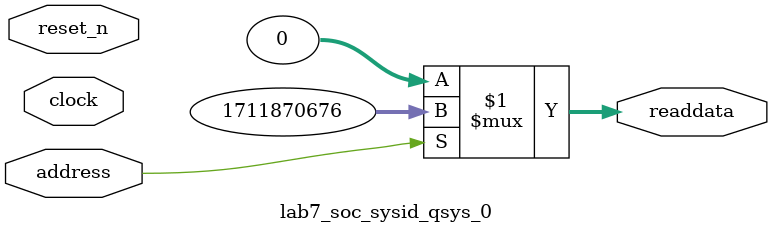
<source format=v>



// synthesis translate_off
`timescale 1ns / 1ps
// synthesis translate_on

// turn off superfluous verilog processor warnings 
// altera message_level Level1 
// altera message_off 10034 10035 10036 10037 10230 10240 10030 

module lab7_soc_sysid_qsys_0 (
               // inputs:
                address,
                clock,
                reset_n,

               // outputs:
                readdata
             )
;

  output  [ 31: 0] readdata;
  input            address;
  input            clock;
  input            reset_n;

  wire    [ 31: 0] readdata;
  //control_slave, which is an e_avalon_slave
  assign readdata = address ? 1711870676 : 0;

endmodule



</source>
